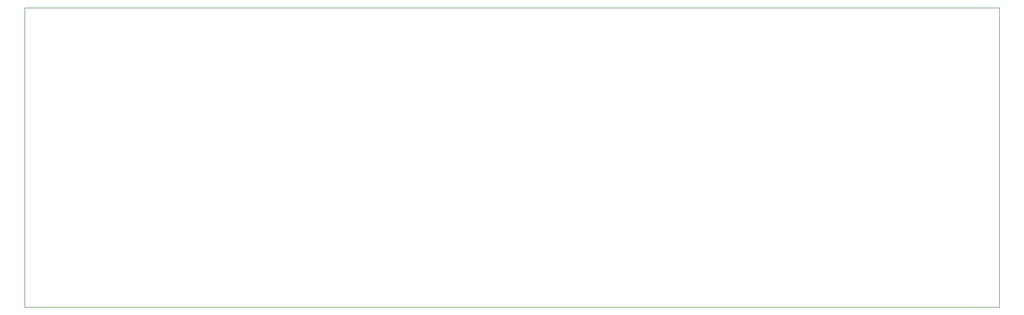
<source format=gbr>
%TF.GenerationSoftware,KiCad,Pcbnew,9.0.3*%
%TF.CreationDate,2025-10-13T22:17:33+02:00*%
%TF.ProjectId,macrolev,6d616372-6f6c-4657-962e-6b696361645f,1.0*%
%TF.SameCoordinates,Original*%
%TF.FileFunction,Profile,NP*%
%FSLAX46Y46*%
G04 Gerber Fmt 4.6, Leading zero omitted, Abs format (unit mm)*
G04 Created by KiCad (PCBNEW 9.0.3) date 2025-10-13 22:17:33*
%MOMM*%
%LPD*%
G01*
G04 APERTURE LIST*
%TA.AperFunction,Profile*%
%ADD10C,0.200000*%
%TD*%
G04 APERTURE END LIST*
D10*
X30475000Y-30475000D02*
X340037500Y-30475000D01*
X340037500Y-125725000D01*
X30475000Y-125725000D01*
X30475000Y-30475000D01*
M02*

</source>
